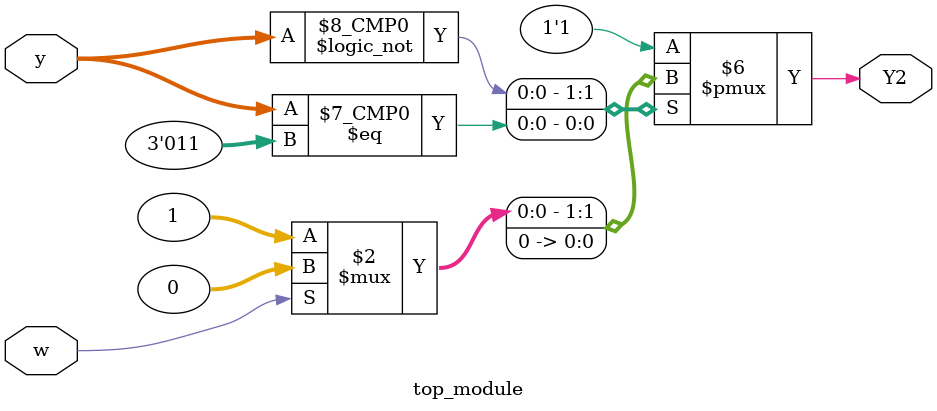
<source format=sv>
module top_module(
    input [3:1] y,
    input w,
    output reg Y2);

    always @(*) begin
        case (y)
            // Next state logic for Y2
            3'b000: Y2 = (w) ? 0 : 1;
            3'b001: Y2 = 1;
            3'b010: Y2 = 1;
            3'b011: Y2 = 0;
            3'b100: Y2 = 1;
            3'b101: Y2 = 1;
            default: Y2 = 1;
        endcase
    end

endmodule

</source>
